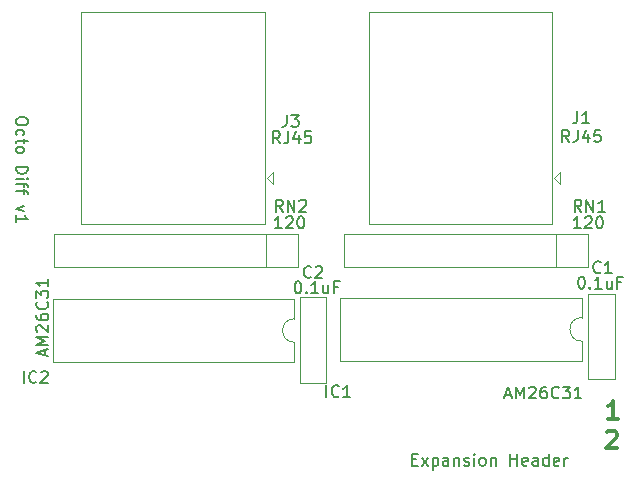
<source format=gbr>
G04 #@! TF.GenerationSoftware,KiCad,Pcbnew,8.0.4*
G04 #@! TF.CreationDate,2024-12-02T02:55:26-05:00*
G04 #@! TF.ProjectId,Quad_Diff_Out,51756164-5f44-4696-9666-5f4f75742e6b,v1*
G04 #@! TF.SameCoordinates,Original*
G04 #@! TF.FileFunction,Legend,Top*
G04 #@! TF.FilePolarity,Positive*
%FSLAX46Y46*%
G04 Gerber Fmt 4.6, Leading zero omitted, Abs format (unit mm)*
G04 Created by KiCad (PCBNEW 8.0.4) date 2024-12-02 02:55:26*
%MOMM*%
%LPD*%
G01*
G04 APERTURE LIST*
%ADD10C,0.150000*%
%ADD11C,0.300000*%
%ADD12C,0.120000*%
G04 APERTURE END LIST*
D10*
X112945180Y-78509523D02*
X112945180Y-78699999D01*
X112945180Y-78699999D02*
X112897561Y-78795237D01*
X112897561Y-78795237D02*
X112802323Y-78890475D01*
X112802323Y-78890475D02*
X112611847Y-78938094D01*
X112611847Y-78938094D02*
X112278514Y-78938094D01*
X112278514Y-78938094D02*
X112088038Y-78890475D01*
X112088038Y-78890475D02*
X111992800Y-78795237D01*
X111992800Y-78795237D02*
X111945180Y-78699999D01*
X111945180Y-78699999D02*
X111945180Y-78509523D01*
X111945180Y-78509523D02*
X111992800Y-78414285D01*
X111992800Y-78414285D02*
X112088038Y-78319047D01*
X112088038Y-78319047D02*
X112278514Y-78271428D01*
X112278514Y-78271428D02*
X112611847Y-78271428D01*
X112611847Y-78271428D02*
X112802323Y-78319047D01*
X112802323Y-78319047D02*
X112897561Y-78414285D01*
X112897561Y-78414285D02*
X112945180Y-78509523D01*
X111992800Y-79795237D02*
X111945180Y-79699999D01*
X111945180Y-79699999D02*
X111945180Y-79509523D01*
X111945180Y-79509523D02*
X111992800Y-79414285D01*
X111992800Y-79414285D02*
X112040419Y-79366666D01*
X112040419Y-79366666D02*
X112135657Y-79319047D01*
X112135657Y-79319047D02*
X112421371Y-79319047D01*
X112421371Y-79319047D02*
X112516609Y-79366666D01*
X112516609Y-79366666D02*
X112564228Y-79414285D01*
X112564228Y-79414285D02*
X112611847Y-79509523D01*
X112611847Y-79509523D02*
X112611847Y-79699999D01*
X112611847Y-79699999D02*
X112564228Y-79795237D01*
X112611847Y-80080952D02*
X112611847Y-80461904D01*
X112945180Y-80223809D02*
X112088038Y-80223809D01*
X112088038Y-80223809D02*
X111992800Y-80271428D01*
X111992800Y-80271428D02*
X111945180Y-80366666D01*
X111945180Y-80366666D02*
X111945180Y-80461904D01*
X111945180Y-80938095D02*
X111992800Y-80842857D01*
X111992800Y-80842857D02*
X112040419Y-80795238D01*
X112040419Y-80795238D02*
X112135657Y-80747619D01*
X112135657Y-80747619D02*
X112421371Y-80747619D01*
X112421371Y-80747619D02*
X112516609Y-80795238D01*
X112516609Y-80795238D02*
X112564228Y-80842857D01*
X112564228Y-80842857D02*
X112611847Y-80938095D01*
X112611847Y-80938095D02*
X112611847Y-81080952D01*
X112611847Y-81080952D02*
X112564228Y-81176190D01*
X112564228Y-81176190D02*
X112516609Y-81223809D01*
X112516609Y-81223809D02*
X112421371Y-81271428D01*
X112421371Y-81271428D02*
X112135657Y-81271428D01*
X112135657Y-81271428D02*
X112040419Y-81223809D01*
X112040419Y-81223809D02*
X111992800Y-81176190D01*
X111992800Y-81176190D02*
X111945180Y-81080952D01*
X111945180Y-81080952D02*
X111945180Y-80938095D01*
X111945180Y-82461905D02*
X112945180Y-82461905D01*
X112945180Y-82461905D02*
X112945180Y-82700000D01*
X112945180Y-82700000D02*
X112897561Y-82842857D01*
X112897561Y-82842857D02*
X112802323Y-82938095D01*
X112802323Y-82938095D02*
X112707085Y-82985714D01*
X112707085Y-82985714D02*
X112516609Y-83033333D01*
X112516609Y-83033333D02*
X112373752Y-83033333D01*
X112373752Y-83033333D02*
X112183276Y-82985714D01*
X112183276Y-82985714D02*
X112088038Y-82938095D01*
X112088038Y-82938095D02*
X111992800Y-82842857D01*
X111992800Y-82842857D02*
X111945180Y-82700000D01*
X111945180Y-82700000D02*
X111945180Y-82461905D01*
X111945180Y-83461905D02*
X112611847Y-83461905D01*
X112945180Y-83461905D02*
X112897561Y-83414286D01*
X112897561Y-83414286D02*
X112849942Y-83461905D01*
X112849942Y-83461905D02*
X112897561Y-83509524D01*
X112897561Y-83509524D02*
X112945180Y-83461905D01*
X112945180Y-83461905D02*
X112849942Y-83461905D01*
X112611847Y-83795238D02*
X112611847Y-84176190D01*
X111945180Y-83938095D02*
X112802323Y-83938095D01*
X112802323Y-83938095D02*
X112897561Y-83985714D01*
X112897561Y-83985714D02*
X112945180Y-84080952D01*
X112945180Y-84080952D02*
X112945180Y-84176190D01*
X112611847Y-84366667D02*
X112611847Y-84747619D01*
X111945180Y-84509524D02*
X112802323Y-84509524D01*
X112802323Y-84509524D02*
X112897561Y-84557143D01*
X112897561Y-84557143D02*
X112945180Y-84652381D01*
X112945180Y-84652381D02*
X112945180Y-84747619D01*
X112611847Y-85747620D02*
X111945180Y-85985715D01*
X111945180Y-85985715D02*
X112611847Y-86223810D01*
X111945180Y-87128572D02*
X111945180Y-86557144D01*
X111945180Y-86842858D02*
X112945180Y-86842858D01*
X112945180Y-86842858D02*
X112802323Y-86747620D01*
X112802323Y-86747620D02*
X112707085Y-86652382D01*
X112707085Y-86652382D02*
X112659466Y-86557144D01*
D11*
X161971429Y-104921185D02*
X162042857Y-104849757D01*
X162042857Y-104849757D02*
X162185715Y-104778328D01*
X162185715Y-104778328D02*
X162542857Y-104778328D01*
X162542857Y-104778328D02*
X162685715Y-104849757D01*
X162685715Y-104849757D02*
X162757143Y-104921185D01*
X162757143Y-104921185D02*
X162828572Y-105064042D01*
X162828572Y-105064042D02*
X162828572Y-105206900D01*
X162828572Y-105206900D02*
X162757143Y-105421185D01*
X162757143Y-105421185D02*
X161900000Y-106278328D01*
X161900000Y-106278328D02*
X162828572Y-106278328D01*
D10*
X145499999Y-107231009D02*
X145833332Y-107231009D01*
X145976189Y-107754819D02*
X145499999Y-107754819D01*
X145499999Y-107754819D02*
X145499999Y-106754819D01*
X145499999Y-106754819D02*
X145976189Y-106754819D01*
X146309523Y-107754819D02*
X146833332Y-107088152D01*
X146309523Y-107088152D02*
X146833332Y-107754819D01*
X147214285Y-107088152D02*
X147214285Y-108088152D01*
X147214285Y-107135771D02*
X147309523Y-107088152D01*
X147309523Y-107088152D02*
X147499999Y-107088152D01*
X147499999Y-107088152D02*
X147595237Y-107135771D01*
X147595237Y-107135771D02*
X147642856Y-107183390D01*
X147642856Y-107183390D02*
X147690475Y-107278628D01*
X147690475Y-107278628D02*
X147690475Y-107564342D01*
X147690475Y-107564342D02*
X147642856Y-107659580D01*
X147642856Y-107659580D02*
X147595237Y-107707200D01*
X147595237Y-107707200D02*
X147499999Y-107754819D01*
X147499999Y-107754819D02*
X147309523Y-107754819D01*
X147309523Y-107754819D02*
X147214285Y-107707200D01*
X148547618Y-107754819D02*
X148547618Y-107231009D01*
X148547618Y-107231009D02*
X148499999Y-107135771D01*
X148499999Y-107135771D02*
X148404761Y-107088152D01*
X148404761Y-107088152D02*
X148214285Y-107088152D01*
X148214285Y-107088152D02*
X148119047Y-107135771D01*
X148547618Y-107707200D02*
X148452380Y-107754819D01*
X148452380Y-107754819D02*
X148214285Y-107754819D01*
X148214285Y-107754819D02*
X148119047Y-107707200D01*
X148119047Y-107707200D02*
X148071428Y-107611961D01*
X148071428Y-107611961D02*
X148071428Y-107516723D01*
X148071428Y-107516723D02*
X148119047Y-107421485D01*
X148119047Y-107421485D02*
X148214285Y-107373866D01*
X148214285Y-107373866D02*
X148452380Y-107373866D01*
X148452380Y-107373866D02*
X148547618Y-107326247D01*
X149023809Y-107088152D02*
X149023809Y-107754819D01*
X149023809Y-107183390D02*
X149071428Y-107135771D01*
X149071428Y-107135771D02*
X149166666Y-107088152D01*
X149166666Y-107088152D02*
X149309523Y-107088152D01*
X149309523Y-107088152D02*
X149404761Y-107135771D01*
X149404761Y-107135771D02*
X149452380Y-107231009D01*
X149452380Y-107231009D02*
X149452380Y-107754819D01*
X149880952Y-107707200D02*
X149976190Y-107754819D01*
X149976190Y-107754819D02*
X150166666Y-107754819D01*
X150166666Y-107754819D02*
X150261904Y-107707200D01*
X150261904Y-107707200D02*
X150309523Y-107611961D01*
X150309523Y-107611961D02*
X150309523Y-107564342D01*
X150309523Y-107564342D02*
X150261904Y-107469104D01*
X150261904Y-107469104D02*
X150166666Y-107421485D01*
X150166666Y-107421485D02*
X150023809Y-107421485D01*
X150023809Y-107421485D02*
X149928571Y-107373866D01*
X149928571Y-107373866D02*
X149880952Y-107278628D01*
X149880952Y-107278628D02*
X149880952Y-107231009D01*
X149880952Y-107231009D02*
X149928571Y-107135771D01*
X149928571Y-107135771D02*
X150023809Y-107088152D01*
X150023809Y-107088152D02*
X150166666Y-107088152D01*
X150166666Y-107088152D02*
X150261904Y-107135771D01*
X150738095Y-107754819D02*
X150738095Y-107088152D01*
X150738095Y-106754819D02*
X150690476Y-106802438D01*
X150690476Y-106802438D02*
X150738095Y-106850057D01*
X150738095Y-106850057D02*
X150785714Y-106802438D01*
X150785714Y-106802438D02*
X150738095Y-106754819D01*
X150738095Y-106754819D02*
X150738095Y-106850057D01*
X151357142Y-107754819D02*
X151261904Y-107707200D01*
X151261904Y-107707200D02*
X151214285Y-107659580D01*
X151214285Y-107659580D02*
X151166666Y-107564342D01*
X151166666Y-107564342D02*
X151166666Y-107278628D01*
X151166666Y-107278628D02*
X151214285Y-107183390D01*
X151214285Y-107183390D02*
X151261904Y-107135771D01*
X151261904Y-107135771D02*
X151357142Y-107088152D01*
X151357142Y-107088152D02*
X151499999Y-107088152D01*
X151499999Y-107088152D02*
X151595237Y-107135771D01*
X151595237Y-107135771D02*
X151642856Y-107183390D01*
X151642856Y-107183390D02*
X151690475Y-107278628D01*
X151690475Y-107278628D02*
X151690475Y-107564342D01*
X151690475Y-107564342D02*
X151642856Y-107659580D01*
X151642856Y-107659580D02*
X151595237Y-107707200D01*
X151595237Y-107707200D02*
X151499999Y-107754819D01*
X151499999Y-107754819D02*
X151357142Y-107754819D01*
X152119047Y-107088152D02*
X152119047Y-107754819D01*
X152119047Y-107183390D02*
X152166666Y-107135771D01*
X152166666Y-107135771D02*
X152261904Y-107088152D01*
X152261904Y-107088152D02*
X152404761Y-107088152D01*
X152404761Y-107088152D02*
X152499999Y-107135771D01*
X152499999Y-107135771D02*
X152547618Y-107231009D01*
X152547618Y-107231009D02*
X152547618Y-107754819D01*
X153785714Y-107754819D02*
X153785714Y-106754819D01*
X153785714Y-107231009D02*
X154357142Y-107231009D01*
X154357142Y-107754819D02*
X154357142Y-106754819D01*
X155214285Y-107707200D02*
X155119047Y-107754819D01*
X155119047Y-107754819D02*
X154928571Y-107754819D01*
X154928571Y-107754819D02*
X154833333Y-107707200D01*
X154833333Y-107707200D02*
X154785714Y-107611961D01*
X154785714Y-107611961D02*
X154785714Y-107231009D01*
X154785714Y-107231009D02*
X154833333Y-107135771D01*
X154833333Y-107135771D02*
X154928571Y-107088152D01*
X154928571Y-107088152D02*
X155119047Y-107088152D01*
X155119047Y-107088152D02*
X155214285Y-107135771D01*
X155214285Y-107135771D02*
X155261904Y-107231009D01*
X155261904Y-107231009D02*
X155261904Y-107326247D01*
X155261904Y-107326247D02*
X154785714Y-107421485D01*
X156119047Y-107754819D02*
X156119047Y-107231009D01*
X156119047Y-107231009D02*
X156071428Y-107135771D01*
X156071428Y-107135771D02*
X155976190Y-107088152D01*
X155976190Y-107088152D02*
X155785714Y-107088152D01*
X155785714Y-107088152D02*
X155690476Y-107135771D01*
X156119047Y-107707200D02*
X156023809Y-107754819D01*
X156023809Y-107754819D02*
X155785714Y-107754819D01*
X155785714Y-107754819D02*
X155690476Y-107707200D01*
X155690476Y-107707200D02*
X155642857Y-107611961D01*
X155642857Y-107611961D02*
X155642857Y-107516723D01*
X155642857Y-107516723D02*
X155690476Y-107421485D01*
X155690476Y-107421485D02*
X155785714Y-107373866D01*
X155785714Y-107373866D02*
X156023809Y-107373866D01*
X156023809Y-107373866D02*
X156119047Y-107326247D01*
X157023809Y-107754819D02*
X157023809Y-106754819D01*
X157023809Y-107707200D02*
X156928571Y-107754819D01*
X156928571Y-107754819D02*
X156738095Y-107754819D01*
X156738095Y-107754819D02*
X156642857Y-107707200D01*
X156642857Y-107707200D02*
X156595238Y-107659580D01*
X156595238Y-107659580D02*
X156547619Y-107564342D01*
X156547619Y-107564342D02*
X156547619Y-107278628D01*
X156547619Y-107278628D02*
X156595238Y-107183390D01*
X156595238Y-107183390D02*
X156642857Y-107135771D01*
X156642857Y-107135771D02*
X156738095Y-107088152D01*
X156738095Y-107088152D02*
X156928571Y-107088152D01*
X156928571Y-107088152D02*
X157023809Y-107135771D01*
X157880952Y-107707200D02*
X157785714Y-107754819D01*
X157785714Y-107754819D02*
X157595238Y-107754819D01*
X157595238Y-107754819D02*
X157500000Y-107707200D01*
X157500000Y-107707200D02*
X157452381Y-107611961D01*
X157452381Y-107611961D02*
X157452381Y-107231009D01*
X157452381Y-107231009D02*
X157500000Y-107135771D01*
X157500000Y-107135771D02*
X157595238Y-107088152D01*
X157595238Y-107088152D02*
X157785714Y-107088152D01*
X157785714Y-107088152D02*
X157880952Y-107135771D01*
X157880952Y-107135771D02*
X157928571Y-107231009D01*
X157928571Y-107231009D02*
X157928571Y-107326247D01*
X157928571Y-107326247D02*
X157452381Y-107421485D01*
X158357143Y-107754819D02*
X158357143Y-107088152D01*
X158357143Y-107278628D02*
X158404762Y-107183390D01*
X158404762Y-107183390D02*
X158452381Y-107135771D01*
X158452381Y-107135771D02*
X158547619Y-107088152D01*
X158547619Y-107088152D02*
X158642857Y-107088152D01*
D11*
X162928572Y-103778328D02*
X162071429Y-103778328D01*
X162500000Y-103778328D02*
X162500000Y-102278328D01*
X162500000Y-102278328D02*
X162357143Y-102492614D01*
X162357143Y-102492614D02*
X162214286Y-102635471D01*
X162214286Y-102635471D02*
X162071429Y-102706900D01*
D10*
X161433333Y-91359580D02*
X161385714Y-91407200D01*
X161385714Y-91407200D02*
X161242857Y-91454819D01*
X161242857Y-91454819D02*
X161147619Y-91454819D01*
X161147619Y-91454819D02*
X161004762Y-91407200D01*
X161004762Y-91407200D02*
X160909524Y-91311961D01*
X160909524Y-91311961D02*
X160861905Y-91216723D01*
X160861905Y-91216723D02*
X160814286Y-91026247D01*
X160814286Y-91026247D02*
X160814286Y-90883390D01*
X160814286Y-90883390D02*
X160861905Y-90692914D01*
X160861905Y-90692914D02*
X160909524Y-90597676D01*
X160909524Y-90597676D02*
X161004762Y-90502438D01*
X161004762Y-90502438D02*
X161147619Y-90454819D01*
X161147619Y-90454819D02*
X161242857Y-90454819D01*
X161242857Y-90454819D02*
X161385714Y-90502438D01*
X161385714Y-90502438D02*
X161433333Y-90550057D01*
X162385714Y-91454819D02*
X161814286Y-91454819D01*
X162100000Y-91454819D02*
X162100000Y-90454819D01*
X162100000Y-90454819D02*
X162004762Y-90597676D01*
X162004762Y-90597676D02*
X161909524Y-90692914D01*
X161909524Y-90692914D02*
X161814286Y-90740533D01*
X159757143Y-91754819D02*
X159852381Y-91754819D01*
X159852381Y-91754819D02*
X159947619Y-91802438D01*
X159947619Y-91802438D02*
X159995238Y-91850057D01*
X159995238Y-91850057D02*
X160042857Y-91945295D01*
X160042857Y-91945295D02*
X160090476Y-92135771D01*
X160090476Y-92135771D02*
X160090476Y-92373866D01*
X160090476Y-92373866D02*
X160042857Y-92564342D01*
X160042857Y-92564342D02*
X159995238Y-92659580D01*
X159995238Y-92659580D02*
X159947619Y-92707200D01*
X159947619Y-92707200D02*
X159852381Y-92754819D01*
X159852381Y-92754819D02*
X159757143Y-92754819D01*
X159757143Y-92754819D02*
X159661905Y-92707200D01*
X159661905Y-92707200D02*
X159614286Y-92659580D01*
X159614286Y-92659580D02*
X159566667Y-92564342D01*
X159566667Y-92564342D02*
X159519048Y-92373866D01*
X159519048Y-92373866D02*
X159519048Y-92135771D01*
X159519048Y-92135771D02*
X159566667Y-91945295D01*
X159566667Y-91945295D02*
X159614286Y-91850057D01*
X159614286Y-91850057D02*
X159661905Y-91802438D01*
X159661905Y-91802438D02*
X159757143Y-91754819D01*
X160519048Y-92659580D02*
X160566667Y-92707200D01*
X160566667Y-92707200D02*
X160519048Y-92754819D01*
X160519048Y-92754819D02*
X160471429Y-92707200D01*
X160471429Y-92707200D02*
X160519048Y-92659580D01*
X160519048Y-92659580D02*
X160519048Y-92754819D01*
X161519047Y-92754819D02*
X160947619Y-92754819D01*
X161233333Y-92754819D02*
X161233333Y-91754819D01*
X161233333Y-91754819D02*
X161138095Y-91897676D01*
X161138095Y-91897676D02*
X161042857Y-91992914D01*
X161042857Y-91992914D02*
X160947619Y-92040533D01*
X162376190Y-92088152D02*
X162376190Y-92754819D01*
X161947619Y-92088152D02*
X161947619Y-92611961D01*
X161947619Y-92611961D02*
X161995238Y-92707200D01*
X161995238Y-92707200D02*
X162090476Y-92754819D01*
X162090476Y-92754819D02*
X162233333Y-92754819D01*
X162233333Y-92754819D02*
X162328571Y-92707200D01*
X162328571Y-92707200D02*
X162376190Y-92659580D01*
X163185714Y-92231009D02*
X162852381Y-92231009D01*
X162852381Y-92754819D02*
X162852381Y-91754819D01*
X162852381Y-91754819D02*
X163328571Y-91754819D01*
X159466666Y-77754819D02*
X159466666Y-78469104D01*
X159466666Y-78469104D02*
X159419047Y-78611961D01*
X159419047Y-78611961D02*
X159323809Y-78707200D01*
X159323809Y-78707200D02*
X159180952Y-78754819D01*
X159180952Y-78754819D02*
X159085714Y-78754819D01*
X160466666Y-78754819D02*
X159895238Y-78754819D01*
X160180952Y-78754819D02*
X160180952Y-77754819D01*
X160180952Y-77754819D02*
X160085714Y-77897676D01*
X160085714Y-77897676D02*
X159990476Y-77992914D01*
X159990476Y-77992914D02*
X159895238Y-78040533D01*
X158776190Y-80354819D02*
X158442857Y-79878628D01*
X158204762Y-80354819D02*
X158204762Y-79354819D01*
X158204762Y-79354819D02*
X158585714Y-79354819D01*
X158585714Y-79354819D02*
X158680952Y-79402438D01*
X158680952Y-79402438D02*
X158728571Y-79450057D01*
X158728571Y-79450057D02*
X158776190Y-79545295D01*
X158776190Y-79545295D02*
X158776190Y-79688152D01*
X158776190Y-79688152D02*
X158728571Y-79783390D01*
X158728571Y-79783390D02*
X158680952Y-79831009D01*
X158680952Y-79831009D02*
X158585714Y-79878628D01*
X158585714Y-79878628D02*
X158204762Y-79878628D01*
X159490476Y-79354819D02*
X159490476Y-80069104D01*
X159490476Y-80069104D02*
X159442857Y-80211961D01*
X159442857Y-80211961D02*
X159347619Y-80307200D01*
X159347619Y-80307200D02*
X159204762Y-80354819D01*
X159204762Y-80354819D02*
X159109524Y-80354819D01*
X160395238Y-79688152D02*
X160395238Y-80354819D01*
X160157143Y-79307200D02*
X159919048Y-80021485D01*
X159919048Y-80021485D02*
X160538095Y-80021485D01*
X161395238Y-79354819D02*
X160919048Y-79354819D01*
X160919048Y-79354819D02*
X160871429Y-79831009D01*
X160871429Y-79831009D02*
X160919048Y-79783390D01*
X160919048Y-79783390D02*
X161014286Y-79735771D01*
X161014286Y-79735771D02*
X161252381Y-79735771D01*
X161252381Y-79735771D02*
X161347619Y-79783390D01*
X161347619Y-79783390D02*
X161395238Y-79831009D01*
X161395238Y-79831009D02*
X161442857Y-79926247D01*
X161442857Y-79926247D02*
X161442857Y-80164342D01*
X161442857Y-80164342D02*
X161395238Y-80259580D01*
X161395238Y-80259580D02*
X161347619Y-80307200D01*
X161347619Y-80307200D02*
X161252381Y-80354819D01*
X161252381Y-80354819D02*
X161014286Y-80354819D01*
X161014286Y-80354819D02*
X160919048Y-80307200D01*
X160919048Y-80307200D02*
X160871429Y-80259580D01*
X159809523Y-86254819D02*
X159476190Y-85778628D01*
X159238095Y-86254819D02*
X159238095Y-85254819D01*
X159238095Y-85254819D02*
X159619047Y-85254819D01*
X159619047Y-85254819D02*
X159714285Y-85302438D01*
X159714285Y-85302438D02*
X159761904Y-85350057D01*
X159761904Y-85350057D02*
X159809523Y-85445295D01*
X159809523Y-85445295D02*
X159809523Y-85588152D01*
X159809523Y-85588152D02*
X159761904Y-85683390D01*
X159761904Y-85683390D02*
X159714285Y-85731009D01*
X159714285Y-85731009D02*
X159619047Y-85778628D01*
X159619047Y-85778628D02*
X159238095Y-85778628D01*
X160238095Y-86254819D02*
X160238095Y-85254819D01*
X160238095Y-85254819D02*
X160809523Y-86254819D01*
X160809523Y-86254819D02*
X160809523Y-85254819D01*
X161809523Y-86254819D02*
X161238095Y-86254819D01*
X161523809Y-86254819D02*
X161523809Y-85254819D01*
X161523809Y-85254819D02*
X161428571Y-85397676D01*
X161428571Y-85397676D02*
X161333333Y-85492914D01*
X161333333Y-85492914D02*
X161238095Y-85540533D01*
X159733333Y-87654819D02*
X159161905Y-87654819D01*
X159447619Y-87654819D02*
X159447619Y-86654819D01*
X159447619Y-86654819D02*
X159352381Y-86797676D01*
X159352381Y-86797676D02*
X159257143Y-86892914D01*
X159257143Y-86892914D02*
X159161905Y-86940533D01*
X160114286Y-86750057D02*
X160161905Y-86702438D01*
X160161905Y-86702438D02*
X160257143Y-86654819D01*
X160257143Y-86654819D02*
X160495238Y-86654819D01*
X160495238Y-86654819D02*
X160590476Y-86702438D01*
X160590476Y-86702438D02*
X160638095Y-86750057D01*
X160638095Y-86750057D02*
X160685714Y-86845295D01*
X160685714Y-86845295D02*
X160685714Y-86940533D01*
X160685714Y-86940533D02*
X160638095Y-87083390D01*
X160638095Y-87083390D02*
X160066667Y-87654819D01*
X160066667Y-87654819D02*
X160685714Y-87654819D01*
X161304762Y-86654819D02*
X161400000Y-86654819D01*
X161400000Y-86654819D02*
X161495238Y-86702438D01*
X161495238Y-86702438D02*
X161542857Y-86750057D01*
X161542857Y-86750057D02*
X161590476Y-86845295D01*
X161590476Y-86845295D02*
X161638095Y-87035771D01*
X161638095Y-87035771D02*
X161638095Y-87273866D01*
X161638095Y-87273866D02*
X161590476Y-87464342D01*
X161590476Y-87464342D02*
X161542857Y-87559580D01*
X161542857Y-87559580D02*
X161495238Y-87607200D01*
X161495238Y-87607200D02*
X161400000Y-87654819D01*
X161400000Y-87654819D02*
X161304762Y-87654819D01*
X161304762Y-87654819D02*
X161209524Y-87607200D01*
X161209524Y-87607200D02*
X161161905Y-87559580D01*
X161161905Y-87559580D02*
X161114286Y-87464342D01*
X161114286Y-87464342D02*
X161066667Y-87273866D01*
X161066667Y-87273866D02*
X161066667Y-87035771D01*
X161066667Y-87035771D02*
X161114286Y-86845295D01*
X161114286Y-86845295D02*
X161161905Y-86750057D01*
X161161905Y-86750057D02*
X161209524Y-86702438D01*
X161209524Y-86702438D02*
X161304762Y-86654819D01*
X138223810Y-101954819D02*
X138223810Y-100954819D01*
X139271428Y-101859580D02*
X139223809Y-101907200D01*
X139223809Y-101907200D02*
X139080952Y-101954819D01*
X139080952Y-101954819D02*
X138985714Y-101954819D01*
X138985714Y-101954819D02*
X138842857Y-101907200D01*
X138842857Y-101907200D02*
X138747619Y-101811961D01*
X138747619Y-101811961D02*
X138700000Y-101716723D01*
X138700000Y-101716723D02*
X138652381Y-101526247D01*
X138652381Y-101526247D02*
X138652381Y-101383390D01*
X138652381Y-101383390D02*
X138700000Y-101192914D01*
X138700000Y-101192914D02*
X138747619Y-101097676D01*
X138747619Y-101097676D02*
X138842857Y-101002438D01*
X138842857Y-101002438D02*
X138985714Y-100954819D01*
X138985714Y-100954819D02*
X139080952Y-100954819D01*
X139080952Y-100954819D02*
X139223809Y-101002438D01*
X139223809Y-101002438D02*
X139271428Y-101050057D01*
X140223809Y-101954819D02*
X139652381Y-101954819D01*
X139938095Y-101954819D02*
X139938095Y-100954819D01*
X139938095Y-100954819D02*
X139842857Y-101097676D01*
X139842857Y-101097676D02*
X139747619Y-101192914D01*
X139747619Y-101192914D02*
X139652381Y-101240533D01*
X153385714Y-101769104D02*
X153861904Y-101769104D01*
X153290476Y-102054819D02*
X153623809Y-101054819D01*
X153623809Y-101054819D02*
X153957142Y-102054819D01*
X154290476Y-102054819D02*
X154290476Y-101054819D01*
X154290476Y-101054819D02*
X154623809Y-101769104D01*
X154623809Y-101769104D02*
X154957142Y-101054819D01*
X154957142Y-101054819D02*
X154957142Y-102054819D01*
X155385714Y-101150057D02*
X155433333Y-101102438D01*
X155433333Y-101102438D02*
X155528571Y-101054819D01*
X155528571Y-101054819D02*
X155766666Y-101054819D01*
X155766666Y-101054819D02*
X155861904Y-101102438D01*
X155861904Y-101102438D02*
X155909523Y-101150057D01*
X155909523Y-101150057D02*
X155957142Y-101245295D01*
X155957142Y-101245295D02*
X155957142Y-101340533D01*
X155957142Y-101340533D02*
X155909523Y-101483390D01*
X155909523Y-101483390D02*
X155338095Y-102054819D01*
X155338095Y-102054819D02*
X155957142Y-102054819D01*
X156814285Y-101054819D02*
X156623809Y-101054819D01*
X156623809Y-101054819D02*
X156528571Y-101102438D01*
X156528571Y-101102438D02*
X156480952Y-101150057D01*
X156480952Y-101150057D02*
X156385714Y-101292914D01*
X156385714Y-101292914D02*
X156338095Y-101483390D01*
X156338095Y-101483390D02*
X156338095Y-101864342D01*
X156338095Y-101864342D02*
X156385714Y-101959580D01*
X156385714Y-101959580D02*
X156433333Y-102007200D01*
X156433333Y-102007200D02*
X156528571Y-102054819D01*
X156528571Y-102054819D02*
X156719047Y-102054819D01*
X156719047Y-102054819D02*
X156814285Y-102007200D01*
X156814285Y-102007200D02*
X156861904Y-101959580D01*
X156861904Y-101959580D02*
X156909523Y-101864342D01*
X156909523Y-101864342D02*
X156909523Y-101626247D01*
X156909523Y-101626247D02*
X156861904Y-101531009D01*
X156861904Y-101531009D02*
X156814285Y-101483390D01*
X156814285Y-101483390D02*
X156719047Y-101435771D01*
X156719047Y-101435771D02*
X156528571Y-101435771D01*
X156528571Y-101435771D02*
X156433333Y-101483390D01*
X156433333Y-101483390D02*
X156385714Y-101531009D01*
X156385714Y-101531009D02*
X156338095Y-101626247D01*
X157909523Y-101959580D02*
X157861904Y-102007200D01*
X157861904Y-102007200D02*
X157719047Y-102054819D01*
X157719047Y-102054819D02*
X157623809Y-102054819D01*
X157623809Y-102054819D02*
X157480952Y-102007200D01*
X157480952Y-102007200D02*
X157385714Y-101911961D01*
X157385714Y-101911961D02*
X157338095Y-101816723D01*
X157338095Y-101816723D02*
X157290476Y-101626247D01*
X157290476Y-101626247D02*
X157290476Y-101483390D01*
X157290476Y-101483390D02*
X157338095Y-101292914D01*
X157338095Y-101292914D02*
X157385714Y-101197676D01*
X157385714Y-101197676D02*
X157480952Y-101102438D01*
X157480952Y-101102438D02*
X157623809Y-101054819D01*
X157623809Y-101054819D02*
X157719047Y-101054819D01*
X157719047Y-101054819D02*
X157861904Y-101102438D01*
X157861904Y-101102438D02*
X157909523Y-101150057D01*
X158242857Y-101054819D02*
X158861904Y-101054819D01*
X158861904Y-101054819D02*
X158528571Y-101435771D01*
X158528571Y-101435771D02*
X158671428Y-101435771D01*
X158671428Y-101435771D02*
X158766666Y-101483390D01*
X158766666Y-101483390D02*
X158814285Y-101531009D01*
X158814285Y-101531009D02*
X158861904Y-101626247D01*
X158861904Y-101626247D02*
X158861904Y-101864342D01*
X158861904Y-101864342D02*
X158814285Y-101959580D01*
X158814285Y-101959580D02*
X158766666Y-102007200D01*
X158766666Y-102007200D02*
X158671428Y-102054819D01*
X158671428Y-102054819D02*
X158385714Y-102054819D01*
X158385714Y-102054819D02*
X158290476Y-102007200D01*
X158290476Y-102007200D02*
X158242857Y-101959580D01*
X159814285Y-102054819D02*
X159242857Y-102054819D01*
X159528571Y-102054819D02*
X159528571Y-101054819D01*
X159528571Y-101054819D02*
X159433333Y-101197676D01*
X159433333Y-101197676D02*
X159338095Y-101292914D01*
X159338095Y-101292914D02*
X159242857Y-101340533D01*
X134509523Y-86254819D02*
X134176190Y-85778628D01*
X133938095Y-86254819D02*
X133938095Y-85254819D01*
X133938095Y-85254819D02*
X134319047Y-85254819D01*
X134319047Y-85254819D02*
X134414285Y-85302438D01*
X134414285Y-85302438D02*
X134461904Y-85350057D01*
X134461904Y-85350057D02*
X134509523Y-85445295D01*
X134509523Y-85445295D02*
X134509523Y-85588152D01*
X134509523Y-85588152D02*
X134461904Y-85683390D01*
X134461904Y-85683390D02*
X134414285Y-85731009D01*
X134414285Y-85731009D02*
X134319047Y-85778628D01*
X134319047Y-85778628D02*
X133938095Y-85778628D01*
X134938095Y-86254819D02*
X134938095Y-85254819D01*
X134938095Y-85254819D02*
X135509523Y-86254819D01*
X135509523Y-86254819D02*
X135509523Y-85254819D01*
X135938095Y-85350057D02*
X135985714Y-85302438D01*
X135985714Y-85302438D02*
X136080952Y-85254819D01*
X136080952Y-85254819D02*
X136319047Y-85254819D01*
X136319047Y-85254819D02*
X136414285Y-85302438D01*
X136414285Y-85302438D02*
X136461904Y-85350057D01*
X136461904Y-85350057D02*
X136509523Y-85445295D01*
X136509523Y-85445295D02*
X136509523Y-85540533D01*
X136509523Y-85540533D02*
X136461904Y-85683390D01*
X136461904Y-85683390D02*
X135890476Y-86254819D01*
X135890476Y-86254819D02*
X136509523Y-86254819D01*
X134433333Y-87654819D02*
X133861905Y-87654819D01*
X134147619Y-87654819D02*
X134147619Y-86654819D01*
X134147619Y-86654819D02*
X134052381Y-86797676D01*
X134052381Y-86797676D02*
X133957143Y-86892914D01*
X133957143Y-86892914D02*
X133861905Y-86940533D01*
X134814286Y-86750057D02*
X134861905Y-86702438D01*
X134861905Y-86702438D02*
X134957143Y-86654819D01*
X134957143Y-86654819D02*
X135195238Y-86654819D01*
X135195238Y-86654819D02*
X135290476Y-86702438D01*
X135290476Y-86702438D02*
X135338095Y-86750057D01*
X135338095Y-86750057D02*
X135385714Y-86845295D01*
X135385714Y-86845295D02*
X135385714Y-86940533D01*
X135385714Y-86940533D02*
X135338095Y-87083390D01*
X135338095Y-87083390D02*
X134766667Y-87654819D01*
X134766667Y-87654819D02*
X135385714Y-87654819D01*
X136004762Y-86654819D02*
X136100000Y-86654819D01*
X136100000Y-86654819D02*
X136195238Y-86702438D01*
X136195238Y-86702438D02*
X136242857Y-86750057D01*
X136242857Y-86750057D02*
X136290476Y-86845295D01*
X136290476Y-86845295D02*
X136338095Y-87035771D01*
X136338095Y-87035771D02*
X136338095Y-87273866D01*
X136338095Y-87273866D02*
X136290476Y-87464342D01*
X136290476Y-87464342D02*
X136242857Y-87559580D01*
X136242857Y-87559580D02*
X136195238Y-87607200D01*
X136195238Y-87607200D02*
X136100000Y-87654819D01*
X136100000Y-87654819D02*
X136004762Y-87654819D01*
X136004762Y-87654819D02*
X135909524Y-87607200D01*
X135909524Y-87607200D02*
X135861905Y-87559580D01*
X135861905Y-87559580D02*
X135814286Y-87464342D01*
X135814286Y-87464342D02*
X135766667Y-87273866D01*
X135766667Y-87273866D02*
X135766667Y-87035771D01*
X135766667Y-87035771D02*
X135814286Y-86845295D01*
X135814286Y-86845295D02*
X135861905Y-86750057D01*
X135861905Y-86750057D02*
X135909524Y-86702438D01*
X135909524Y-86702438D02*
X136004762Y-86654819D01*
X134866666Y-78054819D02*
X134866666Y-78769104D01*
X134866666Y-78769104D02*
X134819047Y-78911961D01*
X134819047Y-78911961D02*
X134723809Y-79007200D01*
X134723809Y-79007200D02*
X134580952Y-79054819D01*
X134580952Y-79054819D02*
X134485714Y-79054819D01*
X135247619Y-78054819D02*
X135866666Y-78054819D01*
X135866666Y-78054819D02*
X135533333Y-78435771D01*
X135533333Y-78435771D02*
X135676190Y-78435771D01*
X135676190Y-78435771D02*
X135771428Y-78483390D01*
X135771428Y-78483390D02*
X135819047Y-78531009D01*
X135819047Y-78531009D02*
X135866666Y-78626247D01*
X135866666Y-78626247D02*
X135866666Y-78864342D01*
X135866666Y-78864342D02*
X135819047Y-78959580D01*
X135819047Y-78959580D02*
X135771428Y-79007200D01*
X135771428Y-79007200D02*
X135676190Y-79054819D01*
X135676190Y-79054819D02*
X135390476Y-79054819D01*
X135390476Y-79054819D02*
X135295238Y-79007200D01*
X135295238Y-79007200D02*
X135247619Y-78959580D01*
X134276190Y-80454819D02*
X133942857Y-79978628D01*
X133704762Y-80454819D02*
X133704762Y-79454819D01*
X133704762Y-79454819D02*
X134085714Y-79454819D01*
X134085714Y-79454819D02*
X134180952Y-79502438D01*
X134180952Y-79502438D02*
X134228571Y-79550057D01*
X134228571Y-79550057D02*
X134276190Y-79645295D01*
X134276190Y-79645295D02*
X134276190Y-79788152D01*
X134276190Y-79788152D02*
X134228571Y-79883390D01*
X134228571Y-79883390D02*
X134180952Y-79931009D01*
X134180952Y-79931009D02*
X134085714Y-79978628D01*
X134085714Y-79978628D02*
X133704762Y-79978628D01*
X134990476Y-79454819D02*
X134990476Y-80169104D01*
X134990476Y-80169104D02*
X134942857Y-80311961D01*
X134942857Y-80311961D02*
X134847619Y-80407200D01*
X134847619Y-80407200D02*
X134704762Y-80454819D01*
X134704762Y-80454819D02*
X134609524Y-80454819D01*
X135895238Y-79788152D02*
X135895238Y-80454819D01*
X135657143Y-79407200D02*
X135419048Y-80121485D01*
X135419048Y-80121485D02*
X136038095Y-80121485D01*
X136895238Y-79454819D02*
X136419048Y-79454819D01*
X136419048Y-79454819D02*
X136371429Y-79931009D01*
X136371429Y-79931009D02*
X136419048Y-79883390D01*
X136419048Y-79883390D02*
X136514286Y-79835771D01*
X136514286Y-79835771D02*
X136752381Y-79835771D01*
X136752381Y-79835771D02*
X136847619Y-79883390D01*
X136847619Y-79883390D02*
X136895238Y-79931009D01*
X136895238Y-79931009D02*
X136942857Y-80026247D01*
X136942857Y-80026247D02*
X136942857Y-80264342D01*
X136942857Y-80264342D02*
X136895238Y-80359580D01*
X136895238Y-80359580D02*
X136847619Y-80407200D01*
X136847619Y-80407200D02*
X136752381Y-80454819D01*
X136752381Y-80454819D02*
X136514286Y-80454819D01*
X136514286Y-80454819D02*
X136419048Y-80407200D01*
X136419048Y-80407200D02*
X136371429Y-80359580D01*
X112623810Y-100754819D02*
X112623810Y-99754819D01*
X113671428Y-100659580D02*
X113623809Y-100707200D01*
X113623809Y-100707200D02*
X113480952Y-100754819D01*
X113480952Y-100754819D02*
X113385714Y-100754819D01*
X113385714Y-100754819D02*
X113242857Y-100707200D01*
X113242857Y-100707200D02*
X113147619Y-100611961D01*
X113147619Y-100611961D02*
X113100000Y-100516723D01*
X113100000Y-100516723D02*
X113052381Y-100326247D01*
X113052381Y-100326247D02*
X113052381Y-100183390D01*
X113052381Y-100183390D02*
X113100000Y-99992914D01*
X113100000Y-99992914D02*
X113147619Y-99897676D01*
X113147619Y-99897676D02*
X113242857Y-99802438D01*
X113242857Y-99802438D02*
X113385714Y-99754819D01*
X113385714Y-99754819D02*
X113480952Y-99754819D01*
X113480952Y-99754819D02*
X113623809Y-99802438D01*
X113623809Y-99802438D02*
X113671428Y-99850057D01*
X114052381Y-99850057D02*
X114100000Y-99802438D01*
X114100000Y-99802438D02*
X114195238Y-99754819D01*
X114195238Y-99754819D02*
X114433333Y-99754819D01*
X114433333Y-99754819D02*
X114528571Y-99802438D01*
X114528571Y-99802438D02*
X114576190Y-99850057D01*
X114576190Y-99850057D02*
X114623809Y-99945295D01*
X114623809Y-99945295D02*
X114623809Y-100040533D01*
X114623809Y-100040533D02*
X114576190Y-100183390D01*
X114576190Y-100183390D02*
X114004762Y-100754819D01*
X114004762Y-100754819D02*
X114623809Y-100754819D01*
X114369104Y-98414285D02*
X114369104Y-97938095D01*
X114654819Y-98509523D02*
X113654819Y-98176190D01*
X113654819Y-98176190D02*
X114654819Y-97842857D01*
X114654819Y-97509523D02*
X113654819Y-97509523D01*
X113654819Y-97509523D02*
X114369104Y-97176190D01*
X114369104Y-97176190D02*
X113654819Y-96842857D01*
X113654819Y-96842857D02*
X114654819Y-96842857D01*
X113750057Y-96414285D02*
X113702438Y-96366666D01*
X113702438Y-96366666D02*
X113654819Y-96271428D01*
X113654819Y-96271428D02*
X113654819Y-96033333D01*
X113654819Y-96033333D02*
X113702438Y-95938095D01*
X113702438Y-95938095D02*
X113750057Y-95890476D01*
X113750057Y-95890476D02*
X113845295Y-95842857D01*
X113845295Y-95842857D02*
X113940533Y-95842857D01*
X113940533Y-95842857D02*
X114083390Y-95890476D01*
X114083390Y-95890476D02*
X114654819Y-96461904D01*
X114654819Y-96461904D02*
X114654819Y-95842857D01*
X113654819Y-94985714D02*
X113654819Y-95176190D01*
X113654819Y-95176190D02*
X113702438Y-95271428D01*
X113702438Y-95271428D02*
X113750057Y-95319047D01*
X113750057Y-95319047D02*
X113892914Y-95414285D01*
X113892914Y-95414285D02*
X114083390Y-95461904D01*
X114083390Y-95461904D02*
X114464342Y-95461904D01*
X114464342Y-95461904D02*
X114559580Y-95414285D01*
X114559580Y-95414285D02*
X114607200Y-95366666D01*
X114607200Y-95366666D02*
X114654819Y-95271428D01*
X114654819Y-95271428D02*
X114654819Y-95080952D01*
X114654819Y-95080952D02*
X114607200Y-94985714D01*
X114607200Y-94985714D02*
X114559580Y-94938095D01*
X114559580Y-94938095D02*
X114464342Y-94890476D01*
X114464342Y-94890476D02*
X114226247Y-94890476D01*
X114226247Y-94890476D02*
X114131009Y-94938095D01*
X114131009Y-94938095D02*
X114083390Y-94985714D01*
X114083390Y-94985714D02*
X114035771Y-95080952D01*
X114035771Y-95080952D02*
X114035771Y-95271428D01*
X114035771Y-95271428D02*
X114083390Y-95366666D01*
X114083390Y-95366666D02*
X114131009Y-95414285D01*
X114131009Y-95414285D02*
X114226247Y-95461904D01*
X114559580Y-93890476D02*
X114607200Y-93938095D01*
X114607200Y-93938095D02*
X114654819Y-94080952D01*
X114654819Y-94080952D02*
X114654819Y-94176190D01*
X114654819Y-94176190D02*
X114607200Y-94319047D01*
X114607200Y-94319047D02*
X114511961Y-94414285D01*
X114511961Y-94414285D02*
X114416723Y-94461904D01*
X114416723Y-94461904D02*
X114226247Y-94509523D01*
X114226247Y-94509523D02*
X114083390Y-94509523D01*
X114083390Y-94509523D02*
X113892914Y-94461904D01*
X113892914Y-94461904D02*
X113797676Y-94414285D01*
X113797676Y-94414285D02*
X113702438Y-94319047D01*
X113702438Y-94319047D02*
X113654819Y-94176190D01*
X113654819Y-94176190D02*
X113654819Y-94080952D01*
X113654819Y-94080952D02*
X113702438Y-93938095D01*
X113702438Y-93938095D02*
X113750057Y-93890476D01*
X113654819Y-93557142D02*
X113654819Y-92938095D01*
X113654819Y-92938095D02*
X114035771Y-93271428D01*
X114035771Y-93271428D02*
X114035771Y-93128571D01*
X114035771Y-93128571D02*
X114083390Y-93033333D01*
X114083390Y-93033333D02*
X114131009Y-92985714D01*
X114131009Y-92985714D02*
X114226247Y-92938095D01*
X114226247Y-92938095D02*
X114464342Y-92938095D01*
X114464342Y-92938095D02*
X114559580Y-92985714D01*
X114559580Y-92985714D02*
X114607200Y-93033333D01*
X114607200Y-93033333D02*
X114654819Y-93128571D01*
X114654819Y-93128571D02*
X114654819Y-93414285D01*
X114654819Y-93414285D02*
X114607200Y-93509523D01*
X114607200Y-93509523D02*
X114559580Y-93557142D01*
X114654819Y-91985714D02*
X114654819Y-92557142D01*
X114654819Y-92271428D02*
X113654819Y-92271428D01*
X113654819Y-92271428D02*
X113797676Y-92366666D01*
X113797676Y-92366666D02*
X113892914Y-92461904D01*
X113892914Y-92461904D02*
X113940533Y-92557142D01*
X136933333Y-91759580D02*
X136885714Y-91807200D01*
X136885714Y-91807200D02*
X136742857Y-91854819D01*
X136742857Y-91854819D02*
X136647619Y-91854819D01*
X136647619Y-91854819D02*
X136504762Y-91807200D01*
X136504762Y-91807200D02*
X136409524Y-91711961D01*
X136409524Y-91711961D02*
X136361905Y-91616723D01*
X136361905Y-91616723D02*
X136314286Y-91426247D01*
X136314286Y-91426247D02*
X136314286Y-91283390D01*
X136314286Y-91283390D02*
X136361905Y-91092914D01*
X136361905Y-91092914D02*
X136409524Y-90997676D01*
X136409524Y-90997676D02*
X136504762Y-90902438D01*
X136504762Y-90902438D02*
X136647619Y-90854819D01*
X136647619Y-90854819D02*
X136742857Y-90854819D01*
X136742857Y-90854819D02*
X136885714Y-90902438D01*
X136885714Y-90902438D02*
X136933333Y-90950057D01*
X137314286Y-90950057D02*
X137361905Y-90902438D01*
X137361905Y-90902438D02*
X137457143Y-90854819D01*
X137457143Y-90854819D02*
X137695238Y-90854819D01*
X137695238Y-90854819D02*
X137790476Y-90902438D01*
X137790476Y-90902438D02*
X137838095Y-90950057D01*
X137838095Y-90950057D02*
X137885714Y-91045295D01*
X137885714Y-91045295D02*
X137885714Y-91140533D01*
X137885714Y-91140533D02*
X137838095Y-91283390D01*
X137838095Y-91283390D02*
X137266667Y-91854819D01*
X137266667Y-91854819D02*
X137885714Y-91854819D01*
X135757143Y-92154819D02*
X135852381Y-92154819D01*
X135852381Y-92154819D02*
X135947619Y-92202438D01*
X135947619Y-92202438D02*
X135995238Y-92250057D01*
X135995238Y-92250057D02*
X136042857Y-92345295D01*
X136042857Y-92345295D02*
X136090476Y-92535771D01*
X136090476Y-92535771D02*
X136090476Y-92773866D01*
X136090476Y-92773866D02*
X136042857Y-92964342D01*
X136042857Y-92964342D02*
X135995238Y-93059580D01*
X135995238Y-93059580D02*
X135947619Y-93107200D01*
X135947619Y-93107200D02*
X135852381Y-93154819D01*
X135852381Y-93154819D02*
X135757143Y-93154819D01*
X135757143Y-93154819D02*
X135661905Y-93107200D01*
X135661905Y-93107200D02*
X135614286Y-93059580D01*
X135614286Y-93059580D02*
X135566667Y-92964342D01*
X135566667Y-92964342D02*
X135519048Y-92773866D01*
X135519048Y-92773866D02*
X135519048Y-92535771D01*
X135519048Y-92535771D02*
X135566667Y-92345295D01*
X135566667Y-92345295D02*
X135614286Y-92250057D01*
X135614286Y-92250057D02*
X135661905Y-92202438D01*
X135661905Y-92202438D02*
X135757143Y-92154819D01*
X136519048Y-93059580D02*
X136566667Y-93107200D01*
X136566667Y-93107200D02*
X136519048Y-93154819D01*
X136519048Y-93154819D02*
X136471429Y-93107200D01*
X136471429Y-93107200D02*
X136519048Y-93059580D01*
X136519048Y-93059580D02*
X136519048Y-93154819D01*
X137519047Y-93154819D02*
X136947619Y-93154819D01*
X137233333Y-93154819D02*
X137233333Y-92154819D01*
X137233333Y-92154819D02*
X137138095Y-92297676D01*
X137138095Y-92297676D02*
X137042857Y-92392914D01*
X137042857Y-92392914D02*
X136947619Y-92440533D01*
X138376190Y-92488152D02*
X138376190Y-93154819D01*
X137947619Y-92488152D02*
X137947619Y-93011961D01*
X137947619Y-93011961D02*
X137995238Y-93107200D01*
X137995238Y-93107200D02*
X138090476Y-93154819D01*
X138090476Y-93154819D02*
X138233333Y-93154819D01*
X138233333Y-93154819D02*
X138328571Y-93107200D01*
X138328571Y-93107200D02*
X138376190Y-93059580D01*
X139185714Y-92631009D02*
X138852381Y-92631009D01*
X138852381Y-93154819D02*
X138852381Y-92154819D01*
X138852381Y-92154819D02*
X139328571Y-92154819D01*
D12*
X160380000Y-93180000D02*
X162620000Y-93180000D01*
X160380000Y-100420000D02*
X160380000Y-93180000D01*
X160380000Y-100420000D02*
X162620000Y-100420000D01*
X162620000Y-100420000D02*
X162620000Y-93180000D01*
X141795000Y-87280000D02*
X141795000Y-69320000D01*
X141795000Y-87280000D02*
X157315000Y-87280000D01*
X157315000Y-69320000D02*
X141795000Y-69320000D01*
X157315000Y-87280000D02*
X157315000Y-69320000D01*
X157500000Y-83400000D02*
X158000000Y-83900000D01*
X158000000Y-82900000D02*
X157500000Y-83400000D01*
X158000000Y-83900000D02*
X158000000Y-82900000D01*
X139680000Y-88100000D02*
X139680000Y-90900000D01*
X139680000Y-90900000D02*
X160340000Y-90900000D01*
X157630000Y-90900000D02*
X157630000Y-88100000D01*
X160340000Y-88100000D02*
X139680000Y-88100000D01*
X160340000Y-90900000D02*
X160340000Y-88100000D01*
X139390000Y-93560000D02*
X139390000Y-98860000D01*
X139390000Y-98860000D02*
X159830000Y-98860000D01*
X159830000Y-93560000D02*
X139390000Y-93560000D01*
X159830000Y-95210000D02*
X159830000Y-93560000D01*
X159830000Y-98860000D02*
X159830000Y-97210000D01*
X159830000Y-97210000D02*
G75*
G02*
X159830000Y-95210000I0J1000000D01*
G01*
X115180000Y-88100000D02*
X115180000Y-90900000D01*
X115180000Y-90900000D02*
X135840000Y-90900000D01*
X133130000Y-90900000D02*
X133130000Y-88100000D01*
X135840000Y-88100000D02*
X115180000Y-88100000D01*
X135840000Y-90900000D02*
X135840000Y-88100000D01*
X117477500Y-87280000D02*
X117477500Y-69320000D01*
X117477500Y-87280000D02*
X132997500Y-87280000D01*
X132997500Y-69320000D02*
X117477500Y-69320000D01*
X132997500Y-87280000D02*
X132997500Y-69320000D01*
X133182500Y-83400000D02*
X133682500Y-83900000D01*
X133682500Y-82900000D02*
X133182500Y-83400000D01*
X133682500Y-83900000D02*
X133682500Y-82900000D01*
X115065000Y-93660000D02*
X115065000Y-98960000D01*
X115065000Y-98960000D02*
X135505000Y-98960000D01*
X135505000Y-93660000D02*
X115065000Y-93660000D01*
X135505000Y-95310000D02*
X135505000Y-93660000D01*
X135505000Y-98960000D02*
X135505000Y-97310000D01*
X135505000Y-97310000D02*
G75*
G02*
X135505000Y-95310000I0J1000000D01*
G01*
X135980000Y-93480000D02*
X138220000Y-93480000D01*
X135980000Y-100720000D02*
X135980000Y-93480000D01*
X135980000Y-100720000D02*
X138220000Y-100720000D01*
X138220000Y-100720000D02*
X138220000Y-93480000D01*
M02*

</source>
